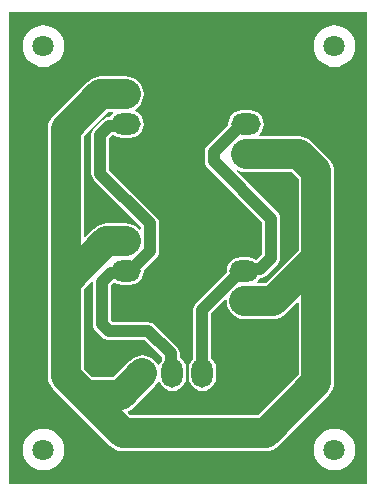
<source format=gbl>
G04*
G04 #@! TF.GenerationSoftware,Altium Limited,Altium Designer,21.0.9 (235)*
G04*
G04 Layer_Physical_Order=2*
G04 Layer_Color=16711680*
%FSLAX44Y44*%
%MOMM*%
G71*
G04*
G04 #@! TF.SameCoordinates,F1165C87-0A1A-440F-AE87-6C0D80C910C9*
G04*
G04*
G04 #@! TF.FilePolarity,Positive*
G04*
G01*
G75*
%ADD10C,1.0000*%
%ADD11C,2.5000*%
%ADD12O,1.8000X2.5000*%
%ADD13R,2.0000X2.5000*%
%ADD14C,1.8000*%
%ADD15R,2.5000X2.0000*%
%ADD16O,2.5000X1.8000*%
G36*
X303530Y0D02*
X-0Y0D01*
X0Y400050D01*
X303530D01*
Y0D01*
D02*
G37*
%LPC*%
G36*
X275590Y388465D02*
X272152Y388126D01*
X268845Y387123D01*
X265798Y385494D01*
X263127Y383303D01*
X260935Y380632D01*
X259307Y377585D01*
X258304Y374278D01*
X257965Y370840D01*
X258304Y367402D01*
X259307Y364095D01*
X260935Y361048D01*
X263127Y358377D01*
X265798Y356185D01*
X268845Y354557D01*
X272152Y353554D01*
X275590Y353215D01*
X279028Y353554D01*
X282335Y354557D01*
X285382Y356185D01*
X288053Y358377D01*
X290245Y361048D01*
X291873Y364095D01*
X292876Y367402D01*
X293215Y370840D01*
X292876Y374278D01*
X291873Y377585D01*
X290245Y380632D01*
X288053Y383303D01*
X285382Y385494D01*
X282335Y387123D01*
X279028Y388126D01*
X275590Y388465D01*
D02*
G37*
G36*
X29210D02*
X25772Y388126D01*
X22465Y387123D01*
X19418Y385494D01*
X16747Y383303D01*
X14555Y380632D01*
X12927Y377585D01*
X11924Y374278D01*
X11585Y370840D01*
X11924Y367402D01*
X12927Y364095D01*
X14555Y361048D01*
X16747Y358377D01*
X19418Y356185D01*
X22465Y354557D01*
X25772Y353554D01*
X29210Y353215D01*
X32648Y353554D01*
X35955Y354557D01*
X39002Y356185D01*
X41673Y358377D01*
X43864Y361048D01*
X45493Y364095D01*
X46496Y367402D01*
X46835Y370840D01*
X46496Y374278D01*
X45493Y377585D01*
X43864Y380632D01*
X41673Y383303D01*
X39002Y385494D01*
X35955Y387123D01*
X32648Y388126D01*
X29210Y388465D01*
D02*
G37*
G36*
X99060Y345313D02*
X77470D01*
X74522Y345022D01*
X71687Y344162D01*
X69074Y342766D01*
X66784Y340886D01*
X37574Y311676D01*
X35694Y309386D01*
X34298Y306773D01*
X33438Y303938D01*
X33147Y300990D01*
Y171450D01*
Y91440D01*
X33438Y88492D01*
X34298Y85657D01*
X35694Y83044D01*
X37574Y80754D01*
X53449Y64879D01*
X53449Y64879D01*
X85834Y32494D01*
X88124Y30614D01*
X90737Y29218D01*
X93572Y28358D01*
X96520Y28067D01*
X217420D01*
X220368Y28358D01*
X223203Y29218D01*
X225816Y30614D01*
X228106Y32494D01*
X271036Y75424D01*
X272916Y77714D01*
X274312Y80327D01*
X275172Y83162D01*
X275463Y86110D01*
Y191770D01*
Y264755D01*
X275172Y267704D01*
X274312Y270539D01*
X272916Y273151D01*
X271036Y275442D01*
X256392Y290086D01*
X254102Y291966D01*
X251489Y293362D01*
X248654Y294222D01*
X245705Y294513D01*
X211796D01*
X211365Y295783D01*
X212390Y296570D01*
X214240Y298980D01*
X215403Y301787D01*
X215800Y304800D01*
X215403Y307812D01*
X214240Y310620D01*
X212390Y313030D01*
X209980Y314880D01*
X207173Y316043D01*
X204160Y316439D01*
X197160D01*
X194147Y316043D01*
X191340Y314880D01*
X188930Y313030D01*
X187080Y310620D01*
X185917Y307812D01*
X185520Y304800D01*
X185587Y304292D01*
X168309Y287015D01*
X167101Y285440D01*
X166341Y283605D01*
X166082Y281637D01*
Y273353D01*
X166341Y271385D01*
X167101Y269550D01*
X168309Y267975D01*
X214645Y221640D01*
Y194920D01*
X209522Y189797D01*
X208710Y190420D01*
X205903Y191583D01*
X202890Y191980D01*
X195890D01*
X192877Y191583D01*
X190070Y190420D01*
X187660Y188570D01*
X185810Y186160D01*
X184647Y183353D01*
X184250Y180340D01*
X184418Y179064D01*
X158452Y153098D01*
X157244Y151523D01*
X156484Y149689D01*
X156225Y147721D01*
Y106190D01*
X155600Y105710D01*
X153750Y103300D01*
X152587Y100493D01*
X152190Y97480D01*
Y90480D01*
X152587Y87467D01*
X153750Y84660D01*
X155600Y82250D01*
X158010Y80400D01*
X160818Y79237D01*
X163830Y78840D01*
X166842Y79237D01*
X169650Y80400D01*
X172060Y82250D01*
X173910Y84660D01*
X175073Y87467D01*
X175470Y90480D01*
Y97480D01*
X175073Y100493D01*
X173910Y103300D01*
X172060Y105710D01*
X171435Y106190D01*
Y144571D01*
X182955Y156090D01*
X184257Y155800D01*
X184349Y155689D01*
X184250Y154940D01*
X184357Y154132D01*
X184568Y151992D01*
X185428Y149157D01*
X186824Y146544D01*
X188704Y144254D01*
X190994Y142374D01*
X193607Y140978D01*
X196442Y140118D01*
X199390Y139827D01*
X223520D01*
X226468Y140118D01*
X229303Y140978D01*
X231916Y142374D01*
X234206Y144254D01*
X244064Y154111D01*
X245237Y153625D01*
Y92370D01*
X211160Y58293D01*
X102780D01*
X100627Y60446D01*
X100964Y61905D01*
X103011Y62999D01*
X105301Y64879D01*
X123716Y83294D01*
X125596Y85584D01*
X126157Y86635D01*
X127561Y86566D01*
X128350Y84660D01*
X130200Y82250D01*
X132610Y80400D01*
X135417Y79237D01*
X138430Y78840D01*
X141442Y79237D01*
X144250Y80400D01*
X146660Y82250D01*
X148510Y84660D01*
X149673Y87467D01*
X150070Y90480D01*
Y97480D01*
X149673Y100493D01*
X148510Y103300D01*
X146660Y105710D01*
X144504Y107365D01*
Y110751D01*
X144245Y112719D01*
X143800Y113793D01*
X143485Y114553D01*
X142277Y116128D01*
X123488Y134918D01*
X121913Y136126D01*
X120078Y136886D01*
X118110Y137145D01*
X87748D01*
X86345Y138548D01*
Y168353D01*
X88898Y170906D01*
X89740Y170260D01*
X92547Y169097D01*
X95560Y168700D01*
X102560D01*
X105573Y169097D01*
X108380Y170260D01*
X110790Y172110D01*
X112640Y174520D01*
X113803Y177327D01*
X114200Y180340D01*
X114097Y181122D01*
X124758Y191782D01*
X125966Y193358D01*
X126726Y195192D01*
X126985Y197160D01*
Y220980D01*
X126726Y222948D01*
X125966Y224783D01*
X124758Y226358D01*
X85075Y266040D01*
Y292760D01*
X87979Y295664D01*
X88510D01*
X89740Y294720D01*
X92547Y293557D01*
X95560Y293160D01*
X102560D01*
X105573Y293557D01*
X108380Y294720D01*
X110790Y296570D01*
X112640Y298980D01*
X113803Y301787D01*
X114200Y304800D01*
X113803Y307812D01*
X112640Y310620D01*
X110790Y313030D01*
X108380Y314880D01*
X106474Y315669D01*
X106405Y317073D01*
X107456Y317634D01*
X109746Y319514D01*
X111626Y321804D01*
X113022Y324417D01*
X113882Y327252D01*
X114093Y329392D01*
X114200Y330200D01*
X114093Y331008D01*
X113882Y333148D01*
X113022Y335983D01*
X111626Y338596D01*
X109746Y340886D01*
X107456Y342766D01*
X104843Y344162D01*
X102008Y345022D01*
X99060Y345313D01*
D02*
G37*
G36*
X275590Y46835D02*
X272152Y46496D01*
X268845Y45493D01*
X265798Y43864D01*
X263127Y41673D01*
X260935Y39002D01*
X259307Y35955D01*
X258304Y32648D01*
X257965Y29210D01*
X258304Y25772D01*
X259307Y22465D01*
X260935Y19418D01*
X263127Y16747D01*
X265798Y14555D01*
X268845Y12927D01*
X272152Y11924D01*
X275590Y11585D01*
X279028Y11924D01*
X282335Y12927D01*
X285382Y14555D01*
X288053Y16747D01*
X290245Y19418D01*
X291873Y22465D01*
X292876Y25772D01*
X293215Y29210D01*
X292876Y32648D01*
X291873Y35955D01*
X290245Y39002D01*
X288053Y41673D01*
X285382Y43864D01*
X282335Y45493D01*
X279028Y46496D01*
X275590Y46835D01*
D02*
G37*
G36*
X29210D02*
X25772Y46496D01*
X22465Y45493D01*
X19418Y43864D01*
X16747Y41673D01*
X14555Y39002D01*
X12927Y35955D01*
X11924Y32648D01*
X11585Y29210D01*
X11924Y25772D01*
X12927Y22465D01*
X14555Y19418D01*
X16747Y16747D01*
X19418Y14555D01*
X22465Y12927D01*
X25772Y11924D01*
X29210Y11585D01*
X32648Y11924D01*
X35955Y12927D01*
X39002Y14555D01*
X41673Y16747D01*
X43864Y19418D01*
X45493Y22465D01*
X46496Y25772D01*
X46835Y29210D01*
X46496Y32648D01*
X45493Y35955D01*
X43864Y39002D01*
X41673Y41673D01*
X39002Y43864D01*
X35955Y45493D01*
X32648Y46496D01*
X29210Y46835D01*
D02*
G37*
%LPD*%
G36*
X88355Y313817D02*
X87330Y313030D01*
X85675Y310874D01*
X84829D01*
X82861Y310615D01*
X81027Y309855D01*
X79452Y308647D01*
X72092Y301288D01*
X70884Y299713D01*
X70124Y297878D01*
X69865Y295910D01*
Y262890D01*
X70124Y260922D01*
X70884Y259088D01*
X72092Y257512D01*
X111775Y217830D01*
Y215956D01*
X110505Y215502D01*
X109746Y216426D01*
X107456Y218306D01*
X104843Y219702D01*
X102008Y220562D01*
X99060Y220853D01*
X82550D01*
X79602Y220562D01*
X76767Y219702D01*
X74154Y218306D01*
X71864Y216426D01*
X64546Y209109D01*
X63373Y209595D01*
Y294730D01*
X83730Y315087D01*
X87924D01*
X88355Y313817D01*
D02*
G37*
G36*
X194877Y265438D02*
X197712Y264578D01*
X200660Y264287D01*
X239445D01*
X245237Y258495D01*
Y198030D01*
X217260Y170053D01*
X210526D01*
X210095Y171323D01*
X211120Y172110D01*
X212822Y174328D01*
X214319Y174525D01*
X216153Y175285D01*
X217728Y176493D01*
X227628Y186392D01*
X228836Y187967D01*
X229596Y189802D01*
X229855Y191770D01*
Y224790D01*
X229596Y226758D01*
X228836Y228592D01*
X227628Y230168D01*
X192559Y265237D01*
X193323Y266268D01*
X194877Y265438D01*
D02*
G37*
G36*
X71135Y171156D02*
Y135398D01*
X71394Y133429D01*
X72154Y131595D01*
X73362Y130020D01*
X79220Y124162D01*
X80795Y122954D01*
X81555Y122639D01*
X82629Y122194D01*
X84598Y121935D01*
X114960D01*
X129294Y107601D01*
Y104530D01*
X128350Y103300D01*
X127561Y101394D01*
X126157Y101326D01*
X125596Y102376D01*
X123716Y104666D01*
X121426Y106546D01*
X118813Y107942D01*
X115978Y108802D01*
X113839Y109013D01*
X113030Y109120D01*
X112221Y109013D01*
X110082Y108802D01*
X107247Y107942D01*
X104634Y106546D01*
X102344Y104666D01*
X88355Y90678D01*
X70395D01*
X63373Y97700D01*
Y165190D01*
X69992Y171809D01*
X71135Y171156D01*
D02*
G37*
D10*
X198202Y302342D02*
X200660Y304800D01*
X173687Y273353D02*
Y281637D01*
X194392Y302342D02*
X198202D01*
X173687Y281637D02*
X194392Y302342D01*
X173687Y273353D02*
X222250Y224790D01*
X136899Y95511D02*
Y110751D01*
X84598Y129540D02*
X118110D01*
X136899Y110751D01*
X163830Y93980D02*
Y147721D01*
X196449Y180340D01*
X199390D01*
Y181871D02*
X212351D01*
X136899Y95511D02*
X138430Y93980D01*
X78740Y135398D02*
X84598Y129540D01*
X78740Y135398D02*
Y171503D01*
X212351Y181871D02*
X222250Y191770D01*
Y224790D01*
X78740Y171503D02*
X86046Y178809D01*
X101029D01*
X119380Y197160D01*
Y220980D01*
X77470Y295910D02*
X84829Y303269D01*
X77470Y262890D02*
X119380Y220980D01*
X97529Y303269D02*
X99060Y304800D01*
X77470Y262890D02*
Y295910D01*
X84829Y303269D02*
X97529D01*
D11*
X223520Y154940D02*
X260350Y191770D01*
X96520Y43180D02*
X217420D01*
X260350Y86110D01*
X200660Y279400D02*
X245705D01*
X260350Y86110D02*
Y191770D01*
Y264755D01*
X245705Y279400D02*
X260350Y264755D01*
X48260Y171450D02*
X82550Y205740D01*
X48260Y91440D02*
X64135Y75565D01*
X48260Y91440D02*
Y171450D01*
Y300990D02*
X77470Y330200D01*
X48260Y171450D02*
Y300990D01*
X199390Y154940D02*
X223520D01*
X64135Y75565D02*
X96520Y43180D01*
X94615Y75565D02*
X113030Y93980D01*
X64135Y75565D02*
X94615D01*
X82550Y205740D02*
X99060D01*
X77470Y330200D02*
X99060D01*
D12*
X138430Y93980D02*
D03*
X163830D02*
D03*
X113030D02*
D03*
D13*
X189230D02*
D03*
D14*
X275590Y370840D02*
D03*
X29210D02*
D03*
Y29210D02*
D03*
X275590D02*
D03*
D15*
X200660Y330200D02*
D03*
X99060Y279400D02*
D03*
X199390Y205740D02*
D03*
X99060Y154940D02*
D03*
D16*
X200660Y304800D02*
D03*
Y279400D02*
D03*
X99060Y304800D02*
D03*
Y330200D02*
D03*
X199390Y180340D02*
D03*
Y154940D02*
D03*
X99060Y180340D02*
D03*
Y205740D02*
D03*
M02*

</source>
